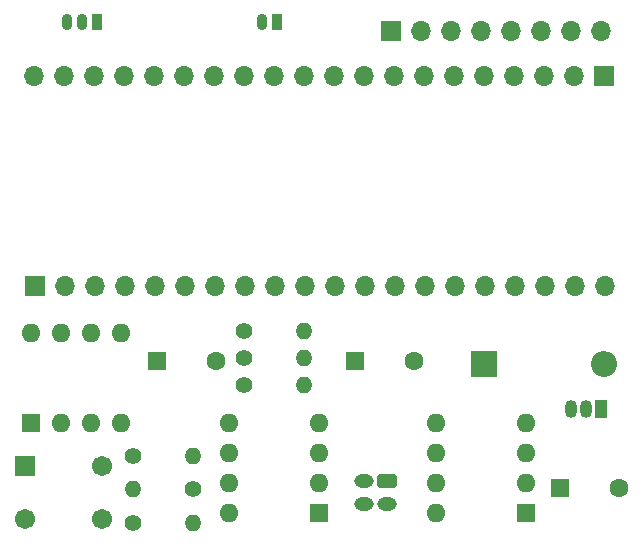
<source format=gbr>
%TF.GenerationSoftware,KiCad,Pcbnew,7.0.7*%
%TF.CreationDate,2023-10-20T12:33:55-04:00*%
%TF.ProjectId,Capstone-board-v1,43617073-746f-46e6-952d-626f6172642d,rev?*%
%TF.SameCoordinates,Original*%
%TF.FileFunction,Soldermask,Bot*%
%TF.FilePolarity,Negative*%
%FSLAX46Y46*%
G04 Gerber Fmt 4.6, Leading zero omitted, Abs format (unit mm)*
G04 Created by KiCad (PCBNEW 7.0.7) date 2023-10-20 12:33:55*
%MOMM*%
%LPD*%
G01*
G04 APERTURE LIST*
G04 Aperture macros list*
%AMRoundRect*
0 Rectangle with rounded corners*
0 $1 Rounding radius*
0 $2 $3 $4 $5 $6 $7 $8 $9 X,Y pos of 4 corners*
0 Add a 4 corners polygon primitive as box body*
4,1,4,$2,$3,$4,$5,$6,$7,$8,$9,$2,$3,0*
0 Add four circle primitives for the rounded corners*
1,1,$1+$1,$2,$3*
1,1,$1+$1,$4,$5*
1,1,$1+$1,$6,$7*
1,1,$1+$1,$8,$9*
0 Add four rect primitives between the rounded corners*
20,1,$1+$1,$2,$3,$4,$5,0*
20,1,$1+$1,$4,$5,$6,$7,0*
20,1,$1+$1,$6,$7,$8,$9,0*
20,1,$1+$1,$8,$9,$2,$3,0*%
G04 Aperture macros list end*
%ADD10RoundRect,0.225000X0.225000X0.475000X-0.225000X0.475000X-0.225000X-0.475000X0.225000X-0.475000X0*%
%ADD11O,0.900000X1.400000*%
%ADD12RoundRect,0.102000X-0.754000X-0.754000X0.754000X-0.754000X0.754000X0.754000X-0.754000X0.754000X0*%
%ADD13C,1.712000*%
%ADD14R,1.050000X1.500000*%
%ADD15O,1.050000X1.500000*%
%ADD16O,1.400000X1.400000*%
%ADD17C,1.400000*%
%ADD18R,1.600000X1.600000*%
%ADD19O,1.600000X1.600000*%
%ADD20C,1.600000*%
%ADD21O,1.650000X1.200000*%
%ADD22RoundRect,0.250000X-0.575000X0.350000X-0.575000X-0.350000X0.575000X-0.350000X0.575000X0.350000X0*%
%ADD23R,1.700000X1.700000*%
%ADD24O,1.700000X1.700000*%
%ADD25R,2.200000X2.200000*%
%ADD26O,2.200000X2.200000*%
G04 APERTURE END LIST*
D10*
%TO.C,U3*%
X29972000Y-22860000D03*
D11*
X28722000Y-22860000D03*
X27472000Y-22860000D03*
%TD*%
D10*
%TO.C,M1*%
X45192000Y-22860000D03*
D11*
X43942000Y-22860000D03*
%TD*%
D12*
%TO.C,S1*%
X23928000Y-60488000D03*
D13*
X30428000Y-60488000D03*
X23928000Y-64988000D03*
X30428000Y-64988000D03*
%TD*%
D14*
%TO.C,Q1*%
X72644000Y-55626000D03*
D15*
X71374000Y-55626000D03*
X70104000Y-55626000D03*
%TD*%
D16*
%TO.C,R4*%
X47498000Y-49022000D03*
D17*
X42418000Y-49022000D03*
%TD*%
D18*
%TO.C,U2*%
X48768000Y-64470500D03*
D19*
X48768000Y-61930500D03*
X48768000Y-59390500D03*
X48768000Y-56850500D03*
X41148000Y-56850500D03*
X41148000Y-59390500D03*
X41148000Y-61930500D03*
X41148000Y-64470500D03*
%TD*%
D18*
%TO.C,U1*%
X66284000Y-64506000D03*
D19*
X66284000Y-61966000D03*
X66284000Y-59426000D03*
X66284000Y-56886000D03*
X58664000Y-56886000D03*
X58664000Y-59426000D03*
X58664000Y-61966000D03*
X58664000Y-64506000D03*
%TD*%
D18*
%TO.C,C1*%
X35092000Y-51562000D03*
D20*
X40092000Y-51562000D03*
%TD*%
D16*
%TO.C,R6*%
X47498000Y-53594000D03*
D17*
X42418000Y-53594000D03*
%TD*%
%TO.C,R2*%
X38130000Y-62480000D03*
D16*
X33050000Y-62480000D03*
%TD*%
%TO.C,R3*%
X38100000Y-59644500D03*
D17*
X33020000Y-59644500D03*
%TD*%
D21*
%TO.C,BT1*%
X52578000Y-63722000D03*
X54578000Y-63722000D03*
X52578000Y-61722000D03*
D22*
X54578000Y-61722000D03*
%TD*%
D18*
%TO.C,C3*%
X51856000Y-51562000D03*
D20*
X56856000Y-51562000D03*
%TD*%
D19*
%TO.C,U4*%
X24394000Y-49266000D03*
X26934000Y-49266000D03*
X29474000Y-49266000D03*
X32014000Y-49266000D03*
X32014000Y-56886000D03*
X29474000Y-56886000D03*
X26934000Y-56886000D03*
D18*
X24394000Y-56886000D03*
%TD*%
D23*
%TO.C,J3*%
X54864000Y-23622000D03*
D24*
X57404000Y-23622000D03*
X59944000Y-23622000D03*
X62484000Y-23622000D03*
X65024000Y-23622000D03*
X67564000Y-23622000D03*
X70104000Y-23622000D03*
X72644000Y-23622000D03*
%TD*%
D23*
%TO.C,J1*%
X72898000Y-27432000D03*
D24*
X70358000Y-27432000D03*
X67818000Y-27432000D03*
X65278000Y-27432000D03*
X62738000Y-27432000D03*
X60198000Y-27432000D03*
X57658000Y-27432000D03*
X55118000Y-27432000D03*
X52578000Y-27432000D03*
X50038000Y-27432000D03*
X47498000Y-27432000D03*
X44958000Y-27432000D03*
X42418000Y-27432000D03*
X39878000Y-27432000D03*
X37338000Y-27432000D03*
X34798000Y-27432000D03*
X32258000Y-27432000D03*
X29718000Y-27432000D03*
X27178000Y-27432000D03*
X24638000Y-27432000D03*
%TD*%
D16*
%TO.C,R5*%
X47498000Y-51308000D03*
D17*
X42418000Y-51308000D03*
%TD*%
D23*
%TO.C,J2*%
X24714200Y-45212000D03*
D24*
X27254200Y-45212000D03*
X29794200Y-45212000D03*
X32334200Y-45212000D03*
X34874200Y-45212000D03*
X37414200Y-45212000D03*
X39954200Y-45212000D03*
X42494200Y-45212000D03*
X45034200Y-45212000D03*
X47574200Y-45212000D03*
X50114200Y-45212000D03*
X52654200Y-45212000D03*
X55194200Y-45212000D03*
X57734200Y-45212000D03*
X60274200Y-45212000D03*
X62814200Y-45212000D03*
X65354200Y-45212000D03*
X67894200Y-45212000D03*
X70434200Y-45212000D03*
X72974200Y-45212000D03*
%TD*%
D18*
%TO.C,C2*%
X69168000Y-62378000D03*
D20*
X74168000Y-62378000D03*
%TD*%
D25*
%TO.C,D1*%
X62738000Y-51816000D03*
D26*
X72898000Y-51816000D03*
%TD*%
D17*
%TO.C,R1*%
X33050000Y-65300000D03*
D16*
X38130000Y-65300000D03*
%TD*%
M02*

</source>
